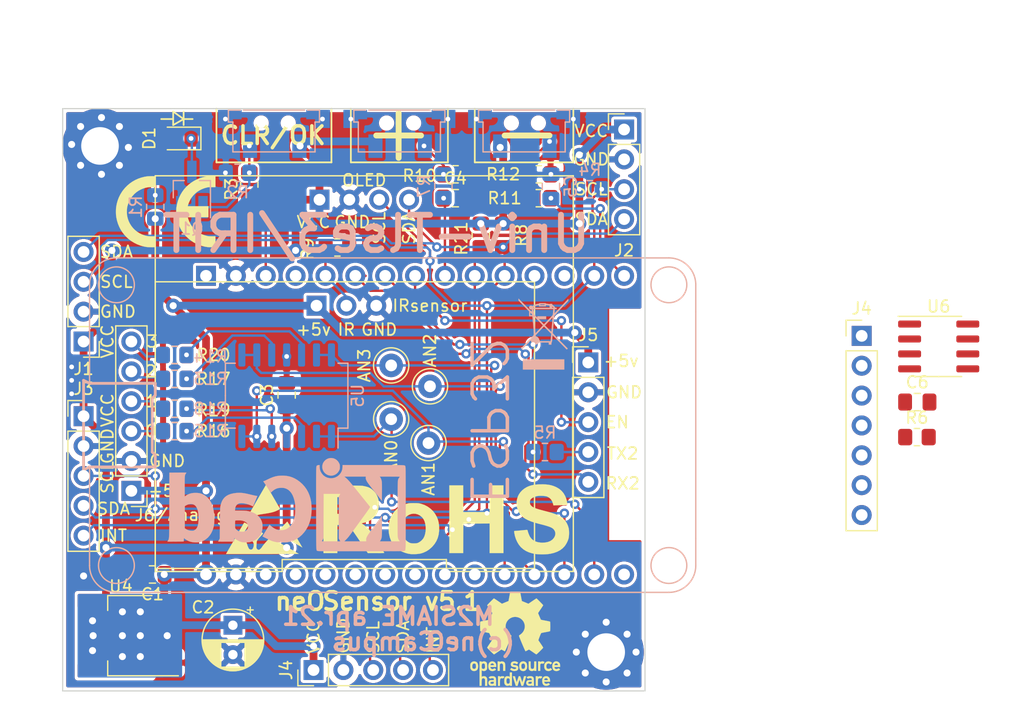
<source format=kicad_pcb>
(kicad_pcb (version 20221018) (generator pcbnew)
  (layers (0 "F.Cu" signal) (31 "B.Cu" signal) (34 "B.Paste" user) (35 "F.Paste" user) (36 "B.SilkS" user "B.Silkscreen") (37 "F.SilkS" user "F.Silkscreen") (38 "B.Mask" user) (39 "F.Mask" user) (44 "Edge.Cuts" user))
  (net 0 "")
  (net 1 "GND")
  (net 2 "+5V")
  (net 3 "+3V3")
  (net 4 "/SW2")
  (net 5 "/SW3")
  (net 6 "Net-(U3-EN)")
  (net 7 "/SDA")
  (net 8 "/SCL")
  (net 9 "/INT")
  (net 10 "/RX2")
  (net 11 "/TX2")
  (net 12 "/PM_EN")
  (net 13 "/ANA_0")
  (net 14 "/ANA_1")
  (net 15 "/ANA_2")
  (net 16 "/ANA_3")
  (net 17 "Net-(D1-A)")
  (net 18 "/LED")
  (net 19 "Net-(D1-K)")
  (net 20 "Net-(R10-Pad2)")
  (net 21 "/IR")
  (net 22 "Net-(R11-Pad1)")
  (net 23 "Net-(Q1-G)")
  (net 24 "Net-(U3-GPIO17)")
  (net 25 "Net-(U3-GPIO4)")
  (net 26 "Net-(U5C-+)")
  (net 27 "/ADC1_3")
  (net 28 "/ADC1_0")
  (net 29 "/ADC1_6")
  (net 30 "/ADC1_7")
  (net 31 "Net-(U5D-+)")
  (net 32 "Net-(U5A-+)")
  (net 33 "Net-(U5B-+)")
  (footprint "Capacitor_THT:CP_Radial_D5.0mm_P2.50mm" (layer "F.Cu") (at 39.878 69.342 -90)
    (fp_text reference "C2")
    (fp_text value "100µF 6.3v")
  )
  (footprint "Capacitor_SMD:C_0805_2012Metric_Pad1.18x1.45mm_HandSolder" (layer "F.Cu") (at 44.45 49.768 90)
    (fp_text reference "C3")
    (fp_text value "100nF")
  )
  (footprint "LED_SMD:LED_0805_2012Metric_Pad1.15x1.40mm_HandSolder" (layer "F.Cu") (at 35.297 27.94 180)
    (fp_text reference "D1")
    (fp_text value "Red")
  )
  (footprint "Connector_PinHeader_2.54mm:PinHeader_1x04_P2.54mm_Vertical" (layer "F.Cu") (at 73.152 27.178)
    (fp_text reference "J2")
    (fp_text value "Conn_01x04")
  )
  (footprint "Connector_PinHeader_2.54mm:PinHeader_1x05_P2.54mm_Vertical" (layer "F.Cu") (at 46.736 73.152 90)
    (fp_text reference "J4")
    (fp_text value "Conn_01x05")
  )
  (footprint "Connector_PinHeader_2.54mm:PinHeader_1x05_P2.54mm_Vertical" (layer "F.Cu") (at 70.104 46.99)
    (fp_text reference "J5")
    (fp_text value "Conn_01x05")
  )
  (footprint "Resistor_SMD:R_0805_2012Metric_Pad1.20x1.40mm_HandSolder" (layer "F.Cu") (at 41.275 31.861 90)
    (fp_text reference "R3")
    (fp_text value "470")
  )
  (footprint "Resistor_SMD:R_0805_2012Metric_Pad1.20x1.40mm_HandSolder" (layer "F.Cu") (at 62.865 36.179 90)
    (fp_text reference "R8")
    (fp_text value "4K7")
  )
  (footprint "Resistor_SMD:R_0805_2012Metric_Pad1.20x1.40mm_HandSolder" (layer "F.Cu") (at 48.768 37.211 180)
    (fp_text reference "R9")
    (fp_text value "15k")
  )
  (footprint "Resistor_SMD:R_0805_2012Metric_Pad1.20x1.40mm_HandSolder" (layer "F.Cu") (at 58.817 30.988 180)
    (fp_text reference "R10")
    (fp_text value "15k")
  )
  (footprint "Resistor_SMD:R_0805_2012Metric_Pad1.20x1.40mm_HandSolder" (layer "F.Cu") (at 65.897 33.02)
    (fp_text reference "R11")
    (fp_text value "15k")
  )
  (footprint "Resistor_SMD:R_0805_2012Metric_Pad1.20x1.40mm_HandSolder" (layer "F.Cu") (at 65.897 30.988 180)
    (fp_text reference "R12")
    (fp_text value "15k")
  )
  (footprint "Resistor_SMD:R_0805_2012Metric_Pad1.20x1.40mm_HandSolder" (layer "F.Cu") (at 34.941 52.832)
    (fp_text reference "R16")
    (fp_text value "33k")
  )
  (footprint "Resistor_SMD:R_0805_2012Metric_Pad1.20x1.40mm_HandSolder" (layer "F.Cu") (at 34.941 48.387)
    (fp_text reference "R17")
    (fp_text value "33k")
  )
  (footprint "Resistor_SMD:R_0805_2012Metric_Pad1.20x1.40mm_HandSolder" (layer "F.Cu") (at 34.941 50.927)
    (fp_text reference "R19")
    (fp_text value "33k")
  )
  (footprint "Resistor_SMD:R_0805_2012Metric_Pad1.20x1.40mm_HandSolder" (layer "F.Cu") (at 34.925 46.355)
    (fp_text reference "R20")
    (fp_text value "33k")
  )
  (footprint "Resistor_SMD:R_0805_2012Metric_Pad1.20x1.40mm_HandSolder" (layer "F.Cu") (at 60.96 36.179 90)
    (fp_text reference "R21")
    (fp_text value "15k")
  )
  (footprint "TestPoint:TestPoint_Loop_D2.50mm_Drill1.0mm" (layer "F.Cu") (at 56.515 53.848)
    (fp_text reference "TP3" hide)
    (fp_text value "tp_an1")
  )
  (footprint "TestPoint:TestPoint_Loop_D2.50mm_Drill1.0mm" (layer "F.Cu") (at 53.34 51.816)
    (fp_text reference "TP4" hide)
    (fp_text value "tp_an0")
  )
  (footprint "TestPoint:TestPoint_Loop_D2.50mm_Drill1.0mm" (layer "F.Cu") (at 56.642 49.022)
    (fp_text reference "TP5" hide)
    (fp_text value "tp_an2")
  )
  (footprint "TestPoint:TestPoint_Loop_D2.50mm_Drill1.0mm" (layer "F.Cu") (at 53.34 47.244)
    (fp_text reference "TP6" hide)
    (fp_text value "tp_an3")
  )
  (footprint "neosensor_addon:PIR_HC-SR01" (layer "F.Cu") (at 49.53 52.324)
    (fp_text reference "U1" hide)
    (fp_text value "HC-SR01")
  )
  (footprint "neosensor_addon:OLED1.3_I2C" (layer "F.Cu") (at 51.054 48.006)
    (fp_text reference "U2" hide)
    (fp_text value "OLED1.3_I2C")
  )
  (footprint "Package_TO_SOT_SMD:SOT-223-3_TabPin2" (layer "F.Cu") (at 31.14 70.231 180)
    (fp_text reference "U4")
    (fp_text value "AMS1117-3.3")
  )
  (footprint "MountingHole:MountingHole_3.2mm_M3_Pad" (layer "F.Cu") (at 71.628 71.628)
    (fp_text reference "H2" hide)
    (fp_text value "3.2mm for MH3 screw")
  )
  (footprint "MountingHole:MountingHole_3.2mm_M3_Pad" (layer "F.Cu") (at 28.575 28.575)
    (fp_text reference "H1" hide)
    (fp_text value "3.2mm for MH3 screw")
  )
  (footprint "Connector_PinHeader_2.54mm:PinHeader_1x05_P2.54mm_Vertical" (layer "F.Cu") (at 27.178 51.562)
    (fp_text reference "J3")
    (fp_text value "Conn_01x05")
  )
  (footprint "Connector_PinHeader_2.54mm:PinHeader_1x06_P2.54mm_Vertical" (layer "F.Cu") (at 31.242 57.912 180)
    (fp_text reference "J6")
    (fp_text value "Conn_01x06")
  )
  (footprint "Capacitor_SMD:C_0805_2012Metric_Pad1.18x1.45mm_HandSolder" (layer "F.Cu") (at 33.036 65.024 180)
    (fp_text reference "C1")
    (fp_text value "100nF")
  )
  (footprint "Connector_PinHeader_2.54mm:PinHeader_1x04_P2.54mm_Vertical" (layer "F.Cu") (at 27.178 45.212 180)
    (fp_text reference "J1")
    (fp_text value "Conn_01x04")
  )
  (footprint "Capacitor_SMD:C_0805_2012Metric_Pad1.18x1.45mm_HandSolder" (layer "F.Cu") (at 58.801 33.02)
    (fp_text reference "C4")
    (fp_text value "1uF")
  )
  (footprint "Symbol:OSHW-Logo_7.5x8mm_SilkScreen" (layer "F.Cu") (at 63.881 70.485)
    (fp_text reference "REF**" hide)
    (fp_text value "OSHW-Logo_7.5x8mm_SilkScreen" hide)
  )
  (footprint "Symbol:CE-Logo_8.5x6mm_SilkScreen" (layer "F.Cu") (at 34.163 34.163)
    (fp_text reference "REF**" hide)
    (fp_text value "CE-Logo_8.5x6mm_SilkScreen" hide)
  )
  (footprint "Symbol:RoHS-Logo_6mm_SilkScreen" (layer "F.Cu") (at 58.039 60.325)
    (fp_text reference "REF**" hide)
    (fp_text value "RoHS-Logo_6mm_SilkScreen" hide)
  )
  (footprint "Symbol:ESD-Logo_6.6x6mm_SilkScreen" (layer "F.Cu") (at 42.545 60.325)
    (fp_text reference "REF**" hide)
    (fp_text value "ESD-Logo_6.6x6mm_SilkScreen" hide)
  )
  (footprint "Resistor_SMD:R_0805_2012Metric_Pad1.20x1.40mm_HandSolder" (layer "F.Cu") (at 98.06 53.34)
    (fp_text reference "R6")
    (fp_text value "470")
  )
  (footprint "Package_SO:SOIC-8_3.9x4.9mm_P1.27mm" (layer "F.Cu") (at 99.91 45.63)
    (fp_text reference "U6")
    (fp_text value "ATECC608A-SSHDA")
  )
  (footprint "Connector_PinHeader_2.54mm:PinHeader_1x07_P2.54mm_Vertical" (layer "F.Cu") (at 93.36 44.73)
    (fp_text reference "J4")
    (fp_text value "Conn_01x07")
  )
  (footprint "Capacitor_SMD:C_0805_2012Metric_Pad1.18x1.45mm_HandSolder" (layer "F.Cu") (at 98.09 50.36)
    (fp_text reference "C6")
    (fp_text value "100n")
  )
  (footprint "Capacitor_SMD:C_0805_2012Metric_Pad1.18x1.45mm_HandSolder" (layer "B.Cu") (at 66.929 32.02 90)
    (fp_text reference "C5")
    (fp_text value "1uF")
  )
  (footprint "Package_TO_SOT_SMD:SOT-23_Handsoldering" (layer "B.Cu") (at 36.388 32.282 90)
    (fp_text reference "Q1")
    (fp_text value "2N7002")
  )
  (footprint "Resistor_SMD:R_0805_2012Metric_Pad1.20x1.40mm_HandSolder" (layer "B.Cu") (at 33.274 33.766 -90)
    (fp_text reference "R1")
    (fp_text value "150")
  )
  (footprint "Resistor_SMD:R_0805_2012Metric_Pad1.20x1.40mm_HandSolder" (layer "B.Cu") (at 40.275 30.861)
    (fp_text reference "R2")
    (fp_text value "15k")
  )
  (footprint "Resistor_SMD:R_0805_2012Metric_Pad1.20x1.40mm_HandSolder" (layer "B.Cu") (at 70.247 32.258 180)
    (fp_text reference "R4")
    (fp_text value "4K7")
  )
  (footprint "Resistor_SMD:R_0805_2012Metric_Pad1.20x1.40mm_HandSolder" (layer "B.Cu") (at 66.421 54.61 180)
    (fp_text reference "R5")
    (fp_text value "470")
  )
  (footprint "Resistor_SMD:R_0805_2012Metric_Pad1.20x1.40mm_HandSolder" (layer "B.Cu") (at 57.785 31.988 -90)
    (fp_text reference "R7")
    (fp_text value "15k")
  )
  (footprint "Resistor_SMD:R_0805_2012Metric_Pad1.20x1.40mm_HandSolder" (layer "B.Cu") (at 34.925 46.355)
    (fp_text reference "R14")
    (fp_text value "22k")
  )
  (footprint "Resistor_SMD:R_0805_2012Metric_Pad1.20x1.40mm_HandSolder" (layer "B.Cu") (at 34.925 52.832)
    (fp_text reference "R15")
    (fp_text value "22k")
  )
  (footprint "Resistor_SMD:R_0805_2012Metric_Pad1.20x1.40mm_HandSolder" (layer "B.Cu") (at 34.925 50.927)
    (fp_text reference "R18")
    (fp_text value "22k")
  )
  (footprint "Package_SO:SO-14_5.3x10.2mm_P1.27mm" (layer "B.Cu") (at 44.45 49.8175 90)
    (fp_text reference "U5")
    (fp_text value "LM2902")
  )
  (footprint "neosensor_addon:G71Y_µsw_smd" (layer "B.Cu") (at 53.975 25.527 180)
    (fp_text reference "SW2" hide)
    (fp_text value "+")
  )
  (footprint "neosensor_addon:G71Y_µsw_smd" (layer "B.Cu") (at 43.307 25.527 180)
    (fp_text reference "SW1" hide)
    (fp_text value "clear")
  )
  (footprint "neosensor_addon:G71Y_µsw_smd" (layer "B.Cu") (at 64.584 25.527 180)
    (fp_text reference "SW3" hide)
    (fp_text value "-")
  )
  (footprint "Resistor_SMD:R_0805_2012Metric_Pad1.20x1.40mm_HandSolder" (layer "B.Cu") (at 34.925 48.387)
    (fp_text reference "R13")
    (fp_text value "22k")
  )
  (footprint "neosensor_addon:ESP32_dev_30p" (layer "B.Cu") (at 54.102 52.324 90)
    (fp_text reference "U3" hide)
    (fp_text value "ESP32_dev_30p")
  )
  (footprint "Symbol:WEEE-Logo_4.2x6mm_SilkScreen" (layer "B.Cu") (at 66.294 44.577 180)
    (fp_text reference "REF**" hide)
    (fp_text value "WEEE-Logo_4.2x6mm_SilkScreen" hide)
  )
  (footprint "Symbol:KiCad-Logo_8mm_SilkScreen" (layer "B.Cu") (at 44.45 59.055 180)
    (fp_text reference "REF**" hide)
    (fp_text value "KiCad-Logo_8mm_SilkScreen" hide)
  )
  (gr_line (start 58.166 25.4) (end 58.166 29.972) (stroke (width 0.15)) (layer "F.SilkS"))
  (gr_line (start 48.26 25.4) (end 48.26 29.972) (stroke (width 0.15)) (layer "F.SilkS"))
  (gr_line (start 49.911 29.972) (end 49.911 25.4) (stroke (width 0.15)) (layer "F.SilkS"))
  (gr_line (start 48.26 29.972) (end 38.481 29.972) (stroke (width 0.15)) (layer "F.SilkS"))
  (gr_line (start 58.166 29.972) (end 49.911 29.972) (stroke (width 0.15)) (layer "F.SilkS"))
  (gr_line (start 38.481 29.972) (end 38.481 25.4) (stroke (width 0.15)) (layer "F.SilkS"))
  (gr_line (start 68.834 25.4) (end 68.834 29.972) (stroke (width 0.15)) (layer "F.SilkS"))
  (gr_line (start 60.452 29.972) (end 60.452 25.4) (stroke (width 0.15)) (layer "F.SilkS"))
  (gr_line (start 68.834 29.972) (end 60.452 29.972) (stroke (width 0.15)) (layer "F.SilkS"))
  (gr_line (start 35.687 26.289) (end 34.798 26.797) (stroke (width 0.15)) (layer "F.SilkS"))
  (gr_line (start 35.687 25.654) (end 35.687 26.797) (stroke (width 0.15)) (layer "F.SilkS"))
  (gr_line (start 35.687 26.289) (end 36.449 26.289) (stroke (width 0.15)) (layer "F.SilkS"))
  (gr_line (start 34.798 25.654) (end 35.687 26.289) (stroke (width 0.15)) (layer "F.SilkS"))
  (gr_line (start 34.798 26.797) (end 34.798 25.654) (stroke (width 0.15)) (layer "F.SilkS"))
  (gr_line (start 34.798 26.289) (end 33.782 26.289) (stroke (width 0.15)) (layer "F.SilkS"))
  (gr_line (start 25.4 74.93) (end 25.4 25.4) (stroke (width 0.1)) (layer "Edge.Cuts"))
  (gr_line (start 74.93 25.4) (end 74.93 74.93) (stroke (width 0.1)) (layer "Edge.Cuts"))
  (gr_line (start 74.93 74.93) (end 25.4 74.93) (stroke (width 0.1)) (layer "Edge.Cuts"))
  (gr_line (start 25.4 25.4) (end 74.93 25.4) (stroke (width 0.1)) (layer "Edge.Cuts"))
  (gr_text "(c)neO" (at 60.071 70.739) (layer "B.SilkS") (effects (font (size 1.5 1.5) (thickness 0.3)) (justify mirror)))
  (gr_text "M2SIAME apr.21" (at 53.086 68.58) (layer "B.SilkS") (effects (font (size 1.5 1.5) (thickness 0.3)) (justify mirror)))
  (gr_text "Campus" (at 52.705 70.739) (layer "B.SilkS") (effects (font (size 1.5 1.5) (thickness 0.3)) (justify mirror)))
  (gr_text "Univ-Tlse3/IRIT" (at 52.07 36.068) (layer "B.SilkS") (effects (font (size 3 3) (thickness 0.5)) (justify mirror)))
  (gr_text "ESP32" (at 61.595 51.943 270) (layer "B.SilkS") (effects (font (size 3 3) (thickness 0.3)) (justify mirror)))
  (gr_text "+" (at 53.975 27.305) (layer "F.SilkS") (effects (font (size 5 5) (thickness 0.5))))
  (gr_text "CLR/OK" (at 43.307 27.686) (layer "F.SilkS") (effects (font (size 1.5 1.5) (thickness 0.3))))
  (gr_text "-" (at 64.897 27.305) (layer "F.SilkS") (effects (font (size 5 5) (thickness 0.5))))
  (gr_text "Sensor v5.1" (at 54.229 67.31) (layer "F.SilkS") (effects (font (size 1.5 1.5) (thickness 0.3))))
  (gr_text "+5v" (at 34.163 57.912) (layer "F.SilkS") (effects (font (size 1 1))))
  (gr_text "VCC" (at 29.21 51.054 90) (layer "F.SilkS") (effects (font (size 1 1))))
  (gr_text "VCC" (at 29.21 45.212 90) (layer "F.SilkS") (effects (font (size 1 1))))
  (gr_text "GND" (at 29.21 54.102 90) (layer "F.SilkS") (effects (font (size 1 1))))
  (gr_text "SCL" (at 29.21 56.769 90) (layer "F.SilkS") (effects (font (size 1 1))))
  (gr_text "0" (at 32.893 52.832) (layer "F.SilkS") (effects (font (size 1 1))))
  (gr_text "IRsensor" (at 56.642 42.164) (layer "F.SilkS") (effects (font (size 1 1))))
  (gr_text "TX2" (at 73.025 54.737) (layer "F.SilkS") (effects (font (size 1 1))))
  (gr_text "1" (at 32.893 50.292) (layer "F.SilkS") (effects (font (size 1 1))))
  (gr_text "SDA" (at 70.358 34.798) (layer "F.SilkS") (effects (font (size 1 1))))
  (gr_text "SDA" (at 54.356 70.358 90) (layer "F.SilkS") (effects (font (size 1 1))))
  (gr_text "+5v" (at 72.898 46.863) (layer "F.SilkS") (effects (font (size 1 1))))
  (gr_text "VCC" (at 70.358 27.305) (layer "F.SilkS") (effects (font (size 1 1))))
  (gr_text "GND" (at 70.358 29.718) (layer "F.SilkS") (effects (font (size 1 1))))
  (gr_text "GND" (at 50.038 35.052) (layer "F.SilkS") (effects (font (size 1 1))))
  (gr_text "3" (at 33.02 45.212) (layer "F.SilkS") (effects (font (size 1 1))))
  (gr_text "VCC" (at 46.736 35.052) (layer "F.SilkS") (effects (font (size 1 1))))
  (gr_text "AN2" (at 56.642 45.974 90) (layer "F.SilkS") (effects (font (size 1 1))))
  (gr_text "+5v" (at 46.736 44.196) (layer "F.SilkS") (effects (font (size 1 1))))
  (gr_text "2" (at 32.893 47.752) (layer "F.SilkS") (effects (font (size 1 1))))
  (gr_text "GND" (at 52.324 44.196) (layer "F.SilkS") (effects (font (size 1 1))))
  (gr_text "SDA" (at 54.864 35.56 90) (layer "F.SilkS") (effects (font (size 1 1))))
  (gr_text "AN3" (at 51.054 47.244 90) (layer "F.SilkS") (effects (font (size 1 1))))
  (gr_text "OLED" (at 51.054 31.496) (layer "F.SilkS") (effects (font (size 1 1))))
  (gr_text "neO" (at 45.593 67.31) (layer "F.SilkS") (effects (font (size 1.5 1.5) (thickness 0.3))))
  (gr_text "VCC" (at 46.736 70.358 90) (layer "F.SilkS") (effects (font (size 1 1))))
  (gr_text "SDA" (at 29.718 59.436) (layer "F.SilkS") (effects (font (size 1 1))))
  (gr_text "INT" (at 56.896 70.612 90) (layer "F.SilkS") (effects (font (size 1 1))))
  (gr_text "GND" (at 34.29 55.372) (layer "F.SilkS") (effects (font (size 1 1))))
  (gr_text "GND" (at 30.099 42.672) (layer "F.SilkS") (effects (font (size 1 1))))
  (gr_text "GND" (at 49.276 70.231 90) (layer "F.SilkS") (effects (font (size 1 1))))
  (gr_text "/Analog" (at 36.322 59.944) (layer "F.SilkS") (effects (font (size 1 1))))
  (gr_text "GND" (at 73.152 49.53) (layer "F.SilkS") (effects (font (size 1 1))))
  (gr_text "AN0" (at 53.34 54.991 90) (layer "F.SilkS") (effects (font (size 1 1))))
  (gr_text "SDA" (at 29.972 37.592) (layer "F.SilkS") (effects (font (size 1 1))))
  (gr_text "SCL" (at 29.972 40.132) (layer "F.SilkS") (effects (font (size 1 1))))
  (gr_text "EN" (at 71.501 52.07) (layer "F.SilkS") (effects (font (size 1 1)) (justify left)))
  (gr_text "RX2" (at 73.025 57.277) (layer "F.SilkS") (effects (font (size 1 1))))
  (gr_text "IR" (at 49.53 44.196) (layer "F.SilkS") (effects (font (size 1 1))))
  (gr_text "INT" (at 29.718 61.722) (layer "F.SilkS") (effects (font (size 1 1))))
  (gr_text "SCL" (at 51.816 70.358 90) (layer "F.SilkS") (effects (font (size 1 1))))
  (gr_text "SCL" (at 52.324 35.56 90) (layer "F.SilkS") (effects (font (size 1 1))))
  (gr_text "AN1" (at 56.515 56.896 90) (layer "F.SilkS") (effects (font (size 1 1))))
  (gr_text "SCL" (at 70.358 32.258) (layer "F.SilkS") (effects (font (size 1 1))))
  (via (at 28.702 30.988) (size 1.2) (drill 0.6) (layers "F.Cu" "B.Cu") (net 1))
  (via (at 30.988 28.702) (size 1.2) (drill 0.6) (layers "F.Cu" "B.Cu") (net 1))
  (via (at 26.162 28.448) (size 1.2) (drill 0.6) (layers "F.Cu" "B.Cu") (net 1))
  (via (at 26.924 26.924) (size 1.2) (drill 0.6) (layers "F.Cu" "B.Cu") (net 1))
  (via (at 30.226 26.924) (size 1.2) (drill 0.6) (layers "F.Cu" "B.Cu") (net 1))
  (via (at 30.226 30.226) (size 1.2) (drill 0.6) (layers "F.Cu" "B.Cu") (net 1))
  (via (at 26.924 30.226) (size 1.2) (drill 0.6) (layers "F.Cu" "B.Cu") (net 1))
  (via (at 71.628 69.088) (size 1.2) (drill 0.6) (layers "F.Cu" "B.Cu") (net 1))
  (via (at 71.628 74.168) (size 1.2) (drill 0.6) (layers "F.Cu" "B.Cu") (net 1))
  (via (at 74.168 71.628) (size 1.2) (drill 0.6) (layers "F.Cu" "B.Cu") (net 1))
  (via (at 69.088 71.628) (size 1.2) (drill 0.6) (layers "F.Cu" "B.Cu") (net 1))
  (via (at 69.85 70.104) (size 1.2) (drill 0.6) (layers "F.Cu" "B.Cu") (net 1))
  (via (at 73.406 70.104) (size 1.2) (drill 0.6) (layers "F.Cu" "B.Cu") (net 1))
  (via (at 73.406 73.406) (size 1.2) (drill 0.6) (layers "F.Cu" "B.Cu") (net 1))
  (via (at 69.85 73.406) (size 1.2) (drill 0.6) (layers "F.Cu" "B.Cu") (net 1))
  (via (at 66.929 30.988) (size 0.8) (drill 0.4) (layers "F.Cu" "B.Cu") (net 1))
  (via (at 39.243 26.289) (size 0.8) (drill 0.4) (layers "F.Cu" "B.Cu") (net 1))
  (via (at 60.579 26.289) (size 0.8) (drill 0.4) (layers "F.Cu" "B.Cu") (net 1))
  (via (at 49.911 26.289) (size 0.8) (drill 0.4) (layers "F.Cu" "B.Cu") (net 1))
  (via (at 26.162 47.371) (size 0.8) (drill 0.4) (layers "F.Cu" "B.Cu") (net 1))
  (via (at 44.45 46.482) (size 0.8) (drill 0.4) (layers "F.Cu" "B.Cu") (net 1))
  (via (at 28.702 26.162) (size 1.2) (drill 0.6) (layers "F.Cu" "B.Cu") (net 1))
  (via (at 47.498 26.289) (size 0.8) (drill 0.4) (layers "F.Cu" "B.Cu") (net 1))
  (via (at 26.162 49.657) (size 0.8) (drill 0.4) (layers "F.Cu" "B.Cu") (net 1))
  (via (at 68.834 26.289) (size 0.8) (drill 0.4) (layers "F.Cu" "B.Cu") (net 1))
  (via (at 27.178 65.151) (size 1.2) (drill 0.6) (layers "F.Cu" "B.Cu") (net 1))
  (via (at 39.243 30.861) (size 0.8) (drill 0.4) (layers "F.Cu" "B.Cu") (net 1))
  (via (at 58.166 26.289) (size 0.8) (drill 0.4) (layers "F.Cu" "B.Cu") (net 1))
  (via (at 26.162 48.514) (size 0.8) (drill 0.4) (layers "F.Cu" "B.Cu") (net 1))
  (segment (start 37.592 44.958) (end 33.274 40.64) (width 0.6604) (layer "F.Cu") (net 2))
  (segment (start 70.104 46.99) (end 70.104 45.593) (width 0.6604) (layer "F.Cu") (net 2))
  (segment (start 34.036 68.312) (end 34.036 65.024) (width 0.6604) (layer "F.Cu") (net 2))
  (segment (start 37.592 57.912) (end 37.592 44.958) (width 0.6604) (layer "F.Cu") (net 2))
  (segment (start 37.592 65.024) (end 37.592 57.912) (width 0.6604) (layer "F.Cu") (net 2))
  (segment (start 70.104 45.593) (end 68.961 44.45) (width 0.6604) (layer "F.Cu") (net 2))
  (segment (start 33.274 40.64) (end 33.274 34.766) (width 0.6604) (layer "F.Cu") (net 2))
  (via (at 34.798 42.164) (size 1.2) (drill 0.6) (layers "F.Cu" "B.Cu") (net 2))
  (via (at 37.592 57.912) (size 1.2) (drill 0.6) (layers "F.Cu" "B.Cu") (net 2))
  (via (at 33.274 34.766) (size 1.2) (drill 0.6) (layers "F.Cu" "B.Cu") (net 2))
  (via (at 34.036 65.024) (size 1.2) (drill 0.6) (layers "F.Cu" "B.Cu") (net 2))
  (via (at 68.961 44.45) (size 1.2) (drill 0.6) (layers "F.Cu" "B.Cu") (net 2))
  (segment (start 37.592 57.912) (end 37.579388 57.899388) (width 0.6604) (layer "B.Cu") (net 2))
  (segment (start 31.254612 57.899388) (end 31.242 57.912) (width 0.6604) (layer "B.Cu") (net 2))
  (segment (start 46.99 42.164) (end 34.798 42.164) (width 0.6604) (layer "B.Cu") (net 2))
  (segment (start 37.579388 57.899388) (end 31.254612 57.899388) (width 0.6604) (layer "B.Cu") (net 2))
  (segment (start 68.961 44.45) (end 49.276 44.45) (width 0.6604) (layer "B.Cu") (net 2))
  (segment (start 37.592 65.024) (end 34.036 65.024) (width 0.6604) (layer "B.Cu") (net 2))
  (segment (start 49.276 44.45) (end 46.99 42.164) (width 0.6604) (layer "B.Cu") (net 2))
  (segment (start 34.29 70.231) (end 32.004 70.231) (width 0.6604) (layer "F.Cu") (net 3))
  (segment (start 27.99 70.231) (end 27.99 70.231) (width 0.6604) (layer "F.Cu") (net 3))
  (segment (start 30.48 70.231) (end 27.99 70.231) (width 0.6604) (layer "F.Cu") (net 3))
  (segment (start 32.004 70.231) (end 30.48 70.231) (width 0.6604) (layer "F.Cu") (net 3))
  (segment (start 69.342 35.179) (end 69.342 32.258) (width 0.6604) (layer "F.Cu") (net 3))
  (segment (start 29.083 62.738) (end 29.083 67.437) (width 0.6604) (layer "F.Cu") (net 3))
  (segment (start 69.342 32.258) (end 69.342 29.337) (width 0.6604) (layer "F.Cu") (net 3))
  (segment (start 45.466 33.147) (end 47.244 33.147) (width 0.6604) (layer "F.Cu") (net 3))
  (segment (start 29.591 42.799) (end 29.591 37.465) (width 0.6604) (layer "F.Cu") (net 3))
  (segment (start 44.45 52.578) (end 44.45 62.738) (width 0.6604) (layer "F.Cu") (net 3))
  (segment (start 62.865 35.179) (end 62.865 28.956) (width 0.6604) (layer "F.Cu") (net 3))
  (segment (start 45.212 33.401) (end 45.466 33.147) (width 0.6604) (layer "F.Cu") (net 3))
  (segment (start 47.244 33.147) (end 47.244 30.226) (width 0.6604) (layer "F.Cu") (net 3))
  (segment (start 46.736 71.12) (end 46.736 73.152) (width 0.6604) (layer "F.Cu") (net 3))
  (segment (start 29.083 53.467) (end 29.083 62.738) (width 0.6604) (layer "F.Cu") (net 3))
  (segment (start 47.244 30.226) (end 45.593 28.575) (width 0.6604) (layer "F.Cu") (net 3))
  (segment (start 27.178 45.212) (end 29.591 42.799) (width 0.6604) (layer "F.Cu") (net 3))
  (segment (start 62.865 28.956) (end 62.611 28.702) (width 0.6604) (layer "F.Cu") (net 3))
  (segment (start 44.45 52.578) (end 44.45 50.768) (width 0.6604) (layer "F.Cu") (net 3))
  (segment (start 29.337 67.056) (end 30.48 68.199) (width 0.6604) (layer "F.Cu") (net 3))
  (segment (start 27.178 45.212) (end 27.178 51.562) (width 0.6604) (layer "F.Cu") (net 3))
  (segment (start 34.29 70.231) (end 34.29 70.231) (width 0.6604) (layer "F.Cu") (net 3))
  (segment (start 69.342 35.195) (end 69.342 35.179) (width 0.6604) (layer "F.Cu") (net 3))
  (segment (start 45.212 37.465) (end 45.212 33.401) (width 0.6604) (layer "F.Cu") (net 3))
  (segment (start 27.178 51.562) (end 29.083 53.467) (width 0.6604) (layer "F.Cu") (net 3))
  (via (at 29.083 62.738) (size 1.2) (drill 0.6) (layers "F.Cu" "B.Cu") (net 3))
  (via (at 45.593 28.575) (size 1.2) (drill 0.6) (layers "F.Cu" "B.Cu") (net 3))
  (via (at 69.342 35.179) (size 1.2) (drill 0.6) (layers "F.Cu" "B.Cu") (net 3))
  (via (at 46.736 71.12) (size 1.2) (drill 0.6) (layers "F.Cu" "B.Cu") (net 3))
  (via (at 45.212 37.465) (size 1.2) (drill 0.6) (layers "F.Cu" "B.Cu") (net 3))
  (via (at 27.99 70.231) (size 1.2) (drill 0.6) (layers "F.Cu" "B.Cu") (net 3))
  (via (at 29.591 37.465) (size 1.2) (drill 0.6) (layers "F.Cu" "B.Cu") (net 3))
  (via (at 44.45 52.578) (size 1.2) (drill 0.6) (layers "F.Cu" "B.Cu") (net 3))
  (via (at 30.48 72.009) (size 1.2) (drill 0.6) (layers "F.Cu" "B.Cu") (net 3))
  (via (at 69.342 29.337) (size 1.2) (drill 0.6) (layers "F.Cu" "B.Cu") (net 3))
  (via (at 32.004 72.009) (size 1.2) (drill 0.6) (layers "F.Cu" "B.Cu") (net 3))
  (via (at 60.96 35.179) (size 1.2) (drill 0.6) (layers "F.Cu" "B.Cu") (net 3))
  (via (at 30.48 68.199) (size 1.2) (drill 0.6) (layers "F.Cu" "B.Cu") (net 3))
  (via (at 34.29 70.231) (size 1.2) (drill 0.6) (layers "F.Cu" "B.Cu") (net 3))
  (via (at 69.342 32.258) (size 0.8) (drill 0.4) (layers "F.Cu" "B.Cu") (net 3))
  (via (at 62.611 28.702) (size 1.2) (drill 0.6) (layers "F.Cu" "B.Cu") (net 3))
  (via (at 62.865 35.179) (size 1.2) (drill 0.6) (layers "F.Cu" "B.Cu") (net 3))
  (via (at 27.94 71.501) (size 1.2) (drill 0.6) (layers "F.Cu" "B.Cu") (net 3))
  (via (at 30.48 70.231) (size 1.2) (drill 0.6) (layers "F.Cu" "B.Cu") (net 3))
  (via (at 32.004 70.231) (size 1.2) (drill 0.6) (layers "F.Cu" "B.Cu") (net 3))
  (via (at 27.94 68.961) (size 1.2) (drill 0.6) (layers "F.Cu" "B.Cu") (net 3))
  (via (at 32.004 68.199) (size 1.2) (drill 0.6) (layers "F.Cu" "B.Cu") (net 3))
  (via (at 44.45 62.738) (size 1.2) (drill 0.6) (layers "F.Cu" "B.Cu") (net 3))
  (segment (start 45.212 37.465) (end 29.591 37.465) (width 0.6604) (layer "B.Cu") (net 3))
  (segment (start 45.974 28.194) (end 45.593 28.575) (width 0.6604) (layer "B.Cu") (net 3))
  (segment (start 39.878 69.342) (end 41.783 69.342) (width 0.6604) (layer "B.Cu") (net 3))
  (segment (start 34.036 70.612) (end 35.306 69.342) (width 0.6604) (layer "B.Cu") (net 3))
  (segment (start 71.501 27.178) (end 73.152 27.178) (width 0.6604) (layer "B.Cu") (net 3))
  (segment (start 45.534 28.194) (end 45.534 28.516) (width 0.6604) (layer "B.Cu") (net 3))
  (segment (start 37.846 69.342) (end 39.878 69.342) (width 0.6604) (layer "B.Cu") (net 3))
  (segment (start 43.561 71.12) (end 46.736 71.12) (width 0.6604) (layer "B.Cu") (net 3))
  (segment (start 41.783 69.342) (end 43.561 71.12) (width 0.6604) (layer "B.Cu") (net 3))
  (segment (start 29.083 62.738) (end 44.45 62.738) (width 0.6604) (layer "B.Cu") (net 3))
  (segment (start 47.879 35.179) (end 47.244 34.544) (width 0.6604) (layer "B.Cu") (net 3))
  (segment (start 47.244 34.544) (end 47.244 33.147) (width 0.6604) (layer "B.Cu") (net 3))
  (segment (start 52.002 28.194) (end 45.974 28.194) (width 0.6604) (layer "B.Cu") (net 3))
  (segment (start 69.342 35.179) (end 62.865 35.179) (width 0.6604) (layer "B.Cu") (net 3))
  (segment (start 60.96 35.179) (end 47.879 35.179) (width 0.6604) (layer "B.Cu") (net 3))
  (segment (start 35.306 69.342) (end 37.846 69.342) (width 0.6604) (layer "B.Cu") (net 3))
  (segment (start 69.342 29.337) (end 71.501 27.178) (width 0.6604) (layer "B.Cu") (net 3))
  (segment (start 62.865 35.179) (end 60.96 35.179) (width 0.6604) (layer "B.Cu") (net 3))
  (segment (start 45.534 28.516) (end 45.593 28.575) (width 0.6604) (layer "B.Cu") (net 3))
  (segment (start 57.801 33.02) (end 57.801 33.02) (width 0.2032) (layer "F.Cu") (net 4))
  (segment (start 57.912 33.131) (end 57.801 33.02) (width 0.2032) (layer "F.Cu") (net 4))
  (segment (start 57.912 39.624) (end 57.912 33.131) (width 0.2032) (layer "F.Cu") (net 4))
  (via (at 57.801 33.02) (size 0.8) (drill 0.4) (layers "F.Cu" "B.Cu") (net 4))
  (segment (start 71.12 37.592) (end 73.152 39.624) (width 0.2032) (layer "F.Cu") (net 5))
  (segment (start 71.12 33.909) (end 71.12 37.592) (width 0.2032) (layer "F.Cu") (net 5))
  (via (at 66.929 33.02) (size 0.8) (drill 0.4) (layers "F.Cu" "B.Cu") (net 5))
  (via (at 71.12 33.909) (size 0.8) (drill 0.4) (layers "F.Cu" "B.Cu") (net 5))
  (segment (start 66.929 33.02) (end 67.818 33.909) (width 0.2032) (layer "B.Cu") (net 5))
  (segment (start 67.818 33.909) (end 71.12 33.909) (width 0.2032) (layer "B.Cu") (net 5))
  (segment (start 54.864 33.147) (end 54.864 34.809566) (width 0.2032) (layer "F.Cu") (net 7))
  (segment (start 62.992 37.306) (end 62.865 37.179) (width 0.2032) (layer "F.Cu") (net 7))
  (segment (start 54.102 61.44899) (end 52.832 60.17899) (width 0.2032) (layer "F.Cu") (net 7))
  (segment (start 62.992 39.624) (end 62.992 37.306) (width 0.2032) (layer "F.Cu") (net 7))
  (segment (start 54.102 72.898) (end 54.102 61.44899) (width 0.2032) (layer "F.Cu") (net 7))
  (segment (start 54.864 34.809566) (end 57.226956 37.172522) (width 0.2032) (layer "F.Cu") (net 7))
  (segment (start 62.992 39.624) (end 60.833 41.783) (width 0.2032) (layer "F.Cu") (net 7))
  (segment (start 60.833 41.783) (end 60.833 59.45501) (width 0.2032) (layer "F.Cu") (net 7))
  (segment (start 54.356 73.152) (end 54.102 72.898) (width 0.2032) (layer "F.Cu") (net 7))
  (segment (start 60.833 59.45501) (end 59.944 60.34401) (width 0.2032) (layer "F.Cu") (net 7))
  (via (at 62.865 37.179) (size 0.8) (drill 0.4) (layers "F.Cu" "B.Cu") (net 7))
  (via (at 57.226956 37.172522) (size 0.8) (drill 0.4) (layers "F.Cu" "B.Cu") (net 7))
  (via (at 59.944 60.34401) (size 0.8) (drill 0.4) (layers "F.Cu" "B.Cu") (net 7))
  (via (at 52.832 60.17899) (size 0.8) (drill 0.4) (layers "F.Cu" "B.Cu") (net 7))
  (segment (start 52.832 60.17899) (end 59.77898 60.17899) (width 0.2032) (layer "B.Cu") (net 7))
  (segment (start 57.226956 37.172522) (end 62.858522 37.172522) (width 0.2032) (layer "B.Cu") (net 7))
  (segment (start 71.916999 36.033001) (end 64.010999 36.033001) (width 0.2032) (layer "B.Cu") (net 7))
  (segment (start 27.178 59.182) (end 28.17499 60.17899) (width 0.2032) (layer "B.Cu") (net 7))
  (segment (start 28.17499 60.17899) (end 52.832 60.17899) (width 0.2032) (layer "B.Cu") (net 7))
  (segment (start 59.77898 60.17899) (end 59.944 60.34401) (width 0.2032) (layer "B.Cu") (net 7))
  (segment (start 27.178 37.592) (end 28.54961 36.22039) (width 0.2032) (layer "B.Cu") (net 7))
  (segment (start 52.73039 36.22039) (end 53.36539 36.85539) (width 0.2032) (layer "B.Cu") (net 7))
  (segment (start 62.858522 37.172522) (end 62.865 37.179) (width 0.2032) (layer "B.Cu") (net 7))
  (segment (start 64.010999 36.033001) (end 62.865 37.179) (width 0.2032) (layer "B.Cu") (net 7))
  (segment (start 28.54961 36.22039) (end 52.73039 36.22039) (width 0.2032) (layer "B.Cu") (net 7))
  (segment (start 73.152 34.798) (end 71.916999 36.033001) (width 0.2032) (layer "B.Cu") (net 7))
  (segment (start 56.909824 36.85539) (end 57.226956 37.172522) (width 0.2032) (layer "B.Cu") (net 7))
  (segment (start 53.36539 36.85539) (end 56.909824 36.85539) (width 0.2032) (layer "B.Cu") (net 7))
  (segment (start 70.465999 33.039001) (end 71.247 32.258) (width 0.2032) (layer "F.Cu") (net 8))
  (segment (start 51.816 73.152) (end 51.543001 72.879001) (width 0.2032) (layer "F.Cu") (net 8))
  (segment (start 33.274 56.642) (end 33.274 59.436) (width 0.2032) (layer "F.Cu") (net 8))
  (segment (start 70.612 34.368922) (end 70.465999 34.222921) (width 0.2032) (layer "F.Cu") (net 8))
  (segment (start 56.642 38.354) (end 56.642 37.465) (width 0.2032) (layer "F.Cu") (net 8))
  (segment (start 70.465999 34.222921) (end 70.465999 33.039001) (width 0.2032) (layer "F.Cu") (net 8))
  (segment (start 61.487 42.164) (end 61.487 59.818277) (width 0.2032) (layer "F.Cu") (net 8))
  (segment (start 51.543001 72.879001) (end 51.543001 59.708999) (width 0.2032) (layer "F.Cu") (net 8))
  (segment (start 51.543001 59.708999) (end 51.943 59.309) (width 0.2032) (layer "F.Cu") (net 8))
  (segment (start 70.612 39.624) (end 70.612 34.368922) (width 0.2032) (layer "F.Cu") (net 8))
  (segment (start 61.487 59.818277) (end 61.487009 59.818286) (width 0.2032) (layer "F.Cu") (net 8))
  (segment (start 56.642 37.465) (end 52.324 33.147) (width 0.2032) (layer "F.Cu") (net 8))
  (via (at 51.943 59.309) (size 0.8) (drill 0.4) (layers "F.Cu" "B.Cu") (net 8))
  (via (at 56.642 38.354) (size 0.8) (drill 0.4) (layers "F.Cu" "B.Cu") (net 8))
  (via (at 33.274 56.642) (size 0.8) (drill 0.4) (layers "F.Cu" "B.Cu") (net 8))
  (via (at 61.487 42.164) (size 0.8) (drill 0.4) (layers "F.Cu" "B.Cu") (net 8))
  (via (at 33.274 59.436) (size 0.8) (drill 0.4) (layers "F.Cu" "B.Cu") (net 8))
  (via (at 71.247 32.258) (size 0.8) (drill 0.4) (layers "F.Cu" "B.Cu") (net 8))
  (via (at 61.487009 59.818286) (size 0.8) (drill 0.4) (layers "F.Cu" "B.Cu") (net 8))
  (segment (start 28.575 38.735) (end 27.178 40.132) (width 0.2032) (layer "B.Cu") (net 8))
  (segment (start 52.578 36.576) (end 29.216078 36.576) (width 0.2032) (layer "B.Cu") (net 8))
  (segment (start 56.388 37.211) (end 53.213 37.211) (width 0.2032) (layer "B.Cu") (net 8))
  (segment (start 33.274 59.436) (end 51.816 59.436) (width 0.2032) (layer "B.Cu") (net 8))
  (segment (start 61.487 42.164) (end 58.547 42.164) (width 0.2032) (layer "B.Cu") (net 8))
  (segment (start 56.642 38.354) (end 56.642 37.465) (width 0.2032) (layer "B.Cu") (net 8))
  (segment (start 56.642 37.465) (end 56.388 37.211) (width 0.2032) (layer "B.Cu") (net 8))
  (segment (start 58.547 42.164) (end 56.642 40.259) (width 0.2032) (layer "B.Cu") (net 8))
  (segment (start 53.213 37.211) (end 52.578 36.576) (width 0.2032) (layer "B.Cu") (net 8))
  (segment (start 29.216078 36.576) (end 28.575 37.217078) (width 0.2032) (layer "B.Cu") (net 8))
  (segment (start 28.575 37.217078) (end 28.575 38.735) (width 0.2032) (layer "B.Cu") (net 8))
  (segment (start 61.487 42.164) (end 68.072 42.164) (width 0.2032) (layer "B.Cu") (net 8))
  (segment (start 68.072 42.164) (end 70.612 39.624) (width 0.2032) (layer "B.Cu") (net 8))
  (segment (start 51.816 59.436) (end 51.943 59.309) (width 0.2032) (layer "B.Cu") (net 8))
  (segment (start 27.178 56.642) (end 33.274 56.642) (width 0.2032) (layer "B.Cu") (net 8))
  (segment (start 61.358723 59.69) (end 53.34 59.69) (width 0.2032) (layer "B.Cu") (net 8))
  (segment (start 53.086 59.436) (end 52.07 59.436) (width 0.2032) (layer "B.Cu") (net 8))
  (segment (start 52.07 59.436) (end 51.943 59.309) (width 0.2032) (layer "B.Cu") (net 8))
  (segment (start 56.642 40.259) (end 56.642 38.354) (width 0.2032) (layer "B.Cu") (net 8))
  (segment (start 71.247 32.258) (end 73.152 32.258) (width 0.2032) (layer "B.Cu") (net 8))
  (segment (start 61.487009 59.818286) (end 61.358723 59.69) (width 0.2032) (layer "B.Cu") (net 8))
  (segment (start 53.34 59.69) (end 53.086 59.436) (width 0.2032) (layer "B.Cu") (net 8))
  (segment (start 56.896 73.152) (end 56.622999 72.878999) (width 0.2032) (layer "F.Cu") (net 9))
  (segment (start 60.452 39.624) (end 60.452 37.687) (width 0.2032) (layer "F.Cu") (net 9))
  (segment (start 56.622999 63.138001) (end 58.547 61.214) (width 0.2032) (layer "F.Cu") (net 9))
  (segment (start 60.452 39.624) (end 60.452 58.800998) (width 0.2032) (layer "F.Cu") (net 9))
  (segment (start 60.452 58.800998) (end 58.547 60.705998) (width 0.2032) (layer "F.Cu") (net 9))
  (segment (start 60.452 37.687) (end 60.96 37.179) (width 0.2032) (layer "F.Cu") (net 9))
  (segment (start 58.547 60.705998) (end 58.547 61.214) (width 0.2032) (layer "F.Cu") (net 9))
  (segment (start 56.622999 72.878999) (end 56.622999 63.138001) (width 0.2032) (layer "F.Cu") (net 9))
  (via (at 58.547 61.214) (size 0.8) (drill 0.4) (layers "F.Cu" "B.Cu") (net 9))
  (segment (start 28.067 60.833) (end 58.166 60.833) (width 0.2032) (layer "B.Cu") (net 9))
  (segment (start 58.166 60.833) (end 58.547 61.214) (width 0.2032) (layer "B.Cu") (net 9))
  (segment (start 27.178 61.722) (end 28.067 60.833) (width 0.2032) (layer "B.Cu") (net 9))
  (segment (start 58.963538 46.258446) (end 53.467 40.894) (width 0.2032) (layer "F.Cu") (net 10))
  (segment (start 64.750999 54.121001) (end 65.024 53.848) (width 0.2032) (layer "F.Cu") (net 10))
  (segment (start 65.024 46.555678) (end 64.751 46.282678) (width 0.2032) (layer "F.Cu") (net 10))
  (segment (start 65.024 53.848) (end 65.024 46.555678) (width 0.2032) (layer "F.Cu") (net 10))
  (segment (start 59.710297 46.258446) (end 58.963538 46.258446) (width 0.2032) (layer "F.Cu") (net 10))
  (segment (start 51.562 40.894) (end 50.292 39.624) (width 0.2032) (layer "F.Cu") (net 10))
  (segment (start 50.292 39.624) (end 51.163922 39.624) (width 0.2032) (layer "F.Cu") (net 10))
  (segment (start 65.405 56.515) (end 64.750999 55.860999) (width 0.2032) (layer "F.Cu") (net 10))
  (segment (start 53.467 40.894) (end 51.562 40.894) (width 0.2032) (layer "F.Cu") (net 10))
  (segment (start 64.750999 55.860999) (end 64.750999 54.121001) (width 0.2032) (layer "F.Cu") (net 10))
  (via (at 64.751 46.282678) (size 0.8) (drill 0.4) (layers "F.Cu" "B.Cu") (net 10))
  (via (at 65.405 56.515) (size 0.8) (drill 0.4) (layers "F.Cu" "B.Cu") (net 10))
  (via (at 59.710297 46.258446) (size 0.8) (drill 0.4) (layers "F.Cu" "B.Cu") (net 10))
  (segment (start 67.405 56.515) (end 69.469 56.515) (width 0.2032) (layer "B.Cu") (net 10))
  (segment (start 64.751 46.282678) (end 64.315322 45.847) (width 0.2032) (layer "B.Cu") (net 10))
  (segment (start 67.405 56.515) (end 65.405 56.515) (width 0.2032) (layer "B.Cu") (net 10))
  (segment (start 64.315322 45.847) (end 60.121743 45.847) (width 0.2032) (layer "B.Cu") (net 10))
  (segment (start 69.469 56.515) (end 70.104 57.15) (width 0.2032) (layer "B.Cu") (net 10))
  (segment (start 60.121743 45.847) (end 59.710297 46.258446) (width 0.2032) (layer "B.Cu") (net 10))
  (segment (start 67.421 54.61) (end 70.104 54.61) (width 0.2032) (layer "B.Cu") (net 11))
  (segment (start 55.372 40.894) (end 57.912 43.434) (width 0.2032) (layer "F.Cu") (net 12))
  (segment (start 55.372 39.624) (end 55.372 40.894) (width 0.2032) (layer "F.Cu") (net 12))
  (segment (start 67.818 43.434) (end 67.818 52.07) (width 0.2032) (layer "F.Cu") (net 12))
  (via (at 67.818 43.434) (size 0.8) (drill 0.4) (layers "F.Cu" "B.Cu") (net 12))
  (via (at 57.912 43.434) (size 0.8) (drill 0.4) (layers "F.Cu" "B.Cu") (net 12))
  (via (at 67.818 52.07) (size 0.8) (drill 0.4) (layers "F.Cu" "B.Cu") (net 12))
  (segment (start 67.818 52.07) (end 70.104 52.07) (width 0.2032) (layer "B.Cu") (net 12))
  (segment (start 57.912 43.434) (end 67.818 43.434) (width 0.2032) (layer "B.Cu") (net 12))
  (segment (start 31.242 52.832) (end 33.671 52.832) (width 0.2032) (layer "B.Cu") (net 13))
  (segment (start 32.909 50.292) (end 33.671 51.054) (width 0.2032) (layer "B.Cu") (net 14))
  (segment (start 31.242 50.292) (end 32.909 50.292) (width 0.2032) (layer "B.Cu") (net 14))
  (segment (start 31.242 47.752) (end 31.75 48.26) (width 0.2032) (layer "B.Cu") (net 15))
  (segment (start 31.75 48.26) (end 33.671 48.26) (width 0.2032) (layer "B.Cu") (net 15))
  (segment (start 31.242 45.212) (end 32.512 46.482) (width 0.2032) (layer "B.Cu") (net 16))
  (segment (start 32.512 46.482) (end 33.671 46.482) (width 0.2032) (layer "B.Cu") (net 16))
  (segment (start 33.274 30.353) (end 33.274 32.766) (width 0.2032) (layer "F.Cu") (net 17))
  (segment (start 34.272 29.355) (end 33.274 30.353) (width 0.2032) (layer "F.Cu") (net 17))
  (segment (start 34.272 27.94) (end 34.272 29.355) (width 0.2032) (layer "F.Cu") (net 17))
  (via (at 33.274 32.766) (size 0.8) (drill 0.4) (layers "F.Cu" "B.Cu") (net 17))
  (segment (start 41.275 32.861) (end 41.497 32.861) (width 0.2032) (layer "F.Cu") (net 18))
  (segment (start 42.672 34.036) (end 42.672 39.624) (width 0.2032) (layer "F.Cu") (net 18))
  (segment (start 41.497 32.861) (end 42.672 34.036) (width 0.2032) (layer "F.Cu") (net 18))
  (via (at 36.322 27.94) (size 0.8) (drill 0.4) (layers "F.Cu" "B.Cu") (net 19))
  (segment (start 36.388 28.006) (end 36.322 27.94) (width 0.2032) (layer "B.Cu") (net 19))
  (segment (start 36.388 30.782) (end 36.388 28.006) (width 0.2032) (layer "B.Cu") (net 19))
  (segment (start 57.817 30.258) (end 56.134 28.575) (width 0.2032) (layer "F.Cu") (net 20))
  (segment (start 57.817 30.988) (end 57.817 30.258) (width 0.2032) (layer "F.Cu") (net 20))
  (via (at 57.785 30.988) (size 0.8) (drill 0.4) (layers "F.Cu" "B.Cu") (net 20))
  (via (at 56.134 28.575) (size 0.8) (drill 0.4) (layers "F.Cu" "B.Cu") (net 20))
  (segment (start 49.53 42.164) (end 49.53 41.402) (width 0.2032) (layer "F.Cu") (net 21))
  (segment (start 47.752 39.624) (end 47.752 37.227) (width 0.2032) (layer "F.Cu") (net 21))
  (segment (start 47.752 37.227) (end 47.768 37.211) (width 0.2032) (layer "F.Cu") (net 21))
  (segment (start 47.752 39.624) (end 49.53 41.402) (width 0.2032) (layer "B.Cu") (net 21))
  (segment (start 49.53 41.402) (end 49.53 42.164) (width 0.2032) (layer "B.Cu") (net 21))
  (segment (start 64.897 30.988) (end 64.897 30.108) (width 0.2032) (layer "F.Cu") (net 22))
  (segment (start 64.897 30.108) (end 66.811 28.194) (width 0.2032) (layer "F.Cu") (net 22))
  (segment (start 64.897 33.02) (end 64.897 30.988) (width 0.2032) (layer "F.Cu") (net 22))
  (via (at 66.811 28.194) (size 0.8) (drill 0.4) (layers "F.Cu" "B.Cu") (net 22))
  (segment (start 41.275 30.861) (end 41.275 28.575) (width 0.2032) (layer "F.Cu") (net 23))
  (via (at 41.275 30.861) (size 0.8) (drill 0.4) (layers "F.Cu" "B.Cu") (net 23))
  (via (at 41.275 28.575) (size 0.8) (drill 0.4) (layers "F.Cu" "B.Cu") (net 23))
  (segment (start 37.338 33.782) (end 39.37 33.782) (width 0.2032) (layer "B.Cu") (net 23))
  (segment (start 41.275 28.253) (end 41.334 28.194) (width 0.2032) (layer "B.Cu") (net 23))
  (segment (start 41.275 28.575) (end 41.275 28.253) (width 0.2032) (layer "B.Cu") (net 23))
  (segment (start 41.275 31.877) (end 41.275 30.861) (width 0.2032) (layer "B.Cu") (net 23))
  (segment (start 39.37 33.782) (end 41.275 31.877) (width 0.2032) (layer "B.Cu") (net 23))
  (segment (start 65.405 45.466) (end 65.405 54.61) (width 0.2032) (layer "F.Cu") (net 24))
  (segment (start 52.832 39.624) (end 58.674 45.466) (width 0.2032) (layer "F.Cu") (net 24))
  (segment (start 58.674 45.466) (end 59.182 45.466) (width 0.2032) (layer "F.Cu") (net 24))
  (via (at 59.182 45.466) (size 0.8) (drill 0.4) (layers "F.Cu" "B.Cu") (net 24))
  (via (at 65.405 54.61) (size 0.8) (drill 0.4) (layers "F.Cu" "B.Cu") (net 24))
  (via (at 65.405 45.466) (size 0.8) (drill 0.4) (layers "F.Cu" "B.Cu") (net 24))
  (segment (start 59.182 45.466) (end 65.405 45.466) (width 0.2032) (layer "B.Cu") (net 24))
  (via (at 35.941 48.387) (size 0.8) (drill 0.4) (layers "F.Cu" "B.Cu") (net 26))
  (segment (start 35.687 48.26) (end 36.271 48.26) (width 0.2032) (layer "B.Cu") (net 26))
  (segment (start 42.545 44.704) (end 43.18 45.339) (width 0.2032) (layer "B.Cu") (net 26))
  (segment (start 43.18 45.339) (end 43.18 46.355) (width 0.2032) (layer "B.Cu") (net 26))
  (segment (start 39.827 44.704) (end 42.545 44.704) (width 0.2032) (layer "B.Cu") (net 26))
  (segment (start 35.671 48.26) (end 35.687 48.26) (width 0.2032) (layer "B.Cu") (net 26))
  (segment (start 36.271 48.26) (end 39.827 44.704) (width 0.2032) (layer "B.Cu") (net 26))
  (segment (start 63.883489 59.563) (end 63.616816 59.563) (width 0.2032) (layer "F.Cu") (net 27))
  (segment (start 68.072 65.024) (end 68.072 62.992) (width 0.2032) (layer "F.Cu") (net 27))
  (segment (start 63.988904 59.668415) (end 63.883489 59.563) (width 0.2032) (layer "F.Cu") (net 27))
  (segment (start 62.58561 54.01939) (end 62.884 53.721) (width 0.2032) (layer "F.Cu") (net 27))
  (segment (start 62.58561 58.531794) (end 62.58561 54.01939) (width 0.2032) (layer "F.Cu") (net 27))
  (segment (start 41.91 49.403) (end 41.91 53.28) (width 0.2032) (layer "F.Cu") (net 27))
  (segment (start 68.072 62.992) (end 68.072 59.817) (width 0.2032) (layer "F.Cu") (net 27))
  (segment (start 63.616816 59.563) (end 62.58561 58.531794) (width 0.2032) (layer "F.Cu") (net 27))
  (via (at 63.988904 59.668415) (size 0.8) (drill 0.4) (layers "F.Cu" "B.Cu") (net 27))
  (via (at 41.91 53.28) (size 0.8) (drill 0.4) (layers "F.Cu" "B.Cu") (net 27))
  (via (at 68.072 59.817) (size 0.8) (drill 0.4) (layers "F.Cu" "B.Cu") (net 27))
  (via (at 62.884 53.721) (size 0.8) (drill 0.4) (layers "F.Cu" "B.Cu") (net 27))
  (via (at 41.91 49.403) (size 0.8) (drill 0.4) (layers "F.Cu" "B.Cu") (net 27))
  (segment (start 56.515 53.848) (end 56.515 52.433787) (width 0.2032) (layer "B.Cu") (net 27))
  (segment (start 64.137489 59.817) (end 63.988904 59.668415) (width 0.2032) (layer "B.Cu") (net 27))
  (segment (start 53.484213 49.403) (end 41.91 49.403) (width 0.2032) (layer "B.Cu") (net 27))
  (segment (start 62.884 53.721) (end 56.642 53.721) (width 0.2032) (layer "B.Cu") (net 27))
  (segment (start 56.515 52.433787) (end 53.484213 49.403) (width 0.2032) (layer "B.Cu") (net 27))
  (segment (start 56.642 53.721) (end 56.515 53.848) (width 0.2032) (layer "B.Cu") (net 27))
  (segment (start 68.072 59.817) (end 64.137489 59.817) (width 0.2032) (layer "B.Cu") (net 27))
  (segment (start 41.91 53.28) (end 40.64 53.28) (width 0.2032) (layer "B.Cu") (net 27))
  (segment (start 70.612 65.024) (end 70.612 60.706) (width 0.2032) (layer "F.Cu") (net 28))
  (segment (start 53.378478 51.854478) (end 53.34 51.816) (width 0.2032) (layer "F.Cu") (net 28))
  (segment (start 70.612 60.706) (end 68.961 59.055) (width 0.2032) (layer "F.Cu") (net 28))
  (segment (start 53.378478 58.851044) (end 53.378478 51.854478) (width 0.2032) (layer "F.Cu") (net 28))
  (via (at 68.961 59.055) (size 0.8) (drill 0.4) (layers "F.Cu" "B.Cu") (net 28))
  (via (at 53.378478 58.851044) (size 0.8) (drill 0.4) (layers "F.Cu" "B.Cu") (net 28))
  (segment (start 68.757044 58.851044) (end 53.378478 58.851044) (width 0.2032) (layer "B.Cu") (net 28))
  (segment (start 51.876 53.28) (end 53.34 51.816) (width 0.2032) (layer "B.Cu") (net 28))
  (segment (start 68.961 59.055) (end 68.757044 58.851044) (width 0.2032) (layer "B.Cu") (net 28))
  (segment (start 48.26 53.28) (end 51.876 53.28) (width 0.2032) (layer "B.Cu") (net 28))
  (segment (start 46.99 53.28) (end 48.26 53.28) (width 0.2032) (layer "B.Cu") (net 28))
  (segment (start 63.347609 59.796701) (end 62.20461 58.653702) (width 0.2032) (layer "F.Cu") (net 29))
  (segment (start 62.23 58.628312) (end 62.23 49.403) (width 0.2032) (layer "F.Cu") (net 29))
  (segment (start 65.532 65.024) (end 63.34761 62.83961) (width 0.2032) (layer "F.Cu") (net 29))
  (segment (start 62.23 49.403) (end 62.611 49.022) (width 0.2032) (layer "F.Cu") (net 29))
  (segment (start 62.20461 58.653702) (end 62.23 58.628312) (width 0.2032) (layer "F.Cu") (net 29))
  (segment (start 63.34761 62.23) (end 63.347609 59.796701) (width 0.2032) (layer "F.Cu") (net 29))
  (segment (start 63.34761 62.83961) (end 63.34761 62.23) (width 0.2032) (layer "F.Cu") (net 29))
  (via (at 62.611 49.022) (size 0.8) (drill 0.4) (layers "F.Cu" "B.Cu") (net 29))
  (segment (start 41.91 47.498) (end 42.291 47.879) (width 0.2032) (layer "B.Cu") (net 29))
  (segment (start 52.705 49.022) (end 56.642 49.022) (width 0.2032) (layer "B.Cu") (net 29))
  (segment (start 51.562 47.879) (end 52.705 49.022) (width 0.2032) (layer "B.Cu") (net 29))
  (segment (start 41.91 46.355) (end 41.91 47.498) (width 0.2032) (layer "B.Cu") (net 29))
  (segment (start 42.291 47.879) (end 51.562 47.879) (width 0.2032) (layer "B.Cu") (net 29))
  (segment (start 62.611 49.022) (end 56.642 49.022) (width 0.2032) (layer "B.Cu") (net 29))
  (segment (start 40.64 46.355) (end 41.91 46.355) (width 0.2032) (layer "B.Cu") (net 29))
  (segment (start 61.849 47.498) (end 61.887 47.498) (width 0.2032) (layer "F.Cu") (net 30))
  (segment (start 62.992 59.944) (end 61.976 58.928) (width 0.2032) (layer "F.Cu") (net 30))
  (segment (start 61.849 58.801) (end 61.849 47.498) (width 0.2032) (layer "F.Cu") (net 30))
  (segment (start 61.976 58.928) (end 61.849 58.801) (width 0.2032) (layer "F.Cu") (net 30))
  (segment (start 61.887 47.498) (end 62.141 47.244) (width 0.2032) (layer "F.Cu") (net 30))
  (segment (start 62.992 65.024) (end 62.992 59.944) (width 0.2032) (layer "F.Cu") (net 30))
  (via (at 62.141 47.244) (size 0.8) (drill 0.4) (layers "F.Cu" "B.Cu") (net 30))
  (segment (start 49.149 47.244) (end 53.34 47.244) (width 0.2032) (layer "B.Cu") (net 30))
  (segment (start 48.26 46.355) (end 49.149 47.244) (width 0.2032) (layer "B.Cu") (net 30))
  (segment (start 62.141 47.244) (end 53.34 47.244) (width 0.2032) (layer "B.Cu") (net 30))
  (segment (start 46.99 46.355) (end 48.26 46.355) (width 0.2032) (layer "B.Cu") (net 30))
  (via (at 35.933 46.347) (size 0.8) (drill 0.4) (layers "F.Cu" "B.Cu") (net 31))
  (segment (start 35.679 46.474) (end 37.804611 44.348389) (width 0.2032) (layer "B.Cu") (net 31))
  (segment (start 35.671 46.482) (end 35.679 46.474) (width 0.2032) (layer "B.Cu") (net 31))
  (segment (start 45.72 45.3675) (end 45.72 46.355) (width 0.2032) (layer "B.Cu") (net 31))
  (segment (start 37.804611 44.348389) (end 44.700889 44.348389) (width 0.2032) (layer "B.Cu") (net 31))
  (segment (start 44.700889 44.348389) (end 45.72 45.3675) (width 0.2032) (layer "B.Cu") (net 31))
  (via (at 35.941 52.832) (size 0.8) (drill 0.4) (layers "F.Cu" "B.Cu") (net 32))
  (segment (start 45.1165 51.689) (end 45.72 52.2925) (width 0.2032) (layer "B.Cu") (net 32))
  (segment (start 36.576 52.832) (end 37.719 51.689) (width 0.2032) (layer "B.Cu") (net 32))
  (segment (start 37.719 51.689) (end 45.1165 51.689) (width 0.2032) (layer "B.Cu") (net 32))
  (segment (start 45.72 52.2925) (end 45.72 53.28) (width 0.2032) (layer "B.Cu") (net 32))
  (segment (start 35.687 52.832) (end 36.576 52.832) (width 0.2032) (layer "B.Cu") (net 32))
  (segment (start 43.18 53.28) (end 43.18 51.054) (width 0.2032) (layer "F.Cu") (net 33))
  (segment (start 43.18 51.054) (end 43.053 50.927) (width 0.2032) (layer "F.Cu") (net 33))
  (via (at 35.941 50.927) (size 0.8) (drill 0.4) (layers "F.Cu" "B.Cu") (net 33))
  (via (at 43.18 53.28) (size 0.8) (drill 0.4) (layers "F.Cu" "B.Cu") (net 33))
  (via (at 43.053 50.927) (size 0.8) (drill 0.4) (layers "F.Cu" "B.Cu") (net 33))
  (segment (start 42.418 51.054) (end 42.926 51.054) (width 0.2032) (layer "B.Cu") (net 33))
  (segment (start 42.926 51.054) (end 43.053 50.927) (width 0.2032) (layer "B.Cu") (net 33))
  (segment (start 42.418 51.054) (end 42.799 51.054) (width 0.2032) (layer "B.Cu") (net 33))
  (segment (start 35.671 51.054) (end 42.418 51.054) (width 0.2032) (layer "B.Cu") (net 33))
  (zone (net 1) (net_name "GND") (layer "F.Cu") (connect_pads (clearance 0.254)) (min_thickness 0.254) (fill yes (thermal_gap 0.508) (thermal_bridge_width 0.508))
    (polygon (pts (xy 74.93 42.418) (xy 71.882 42.418) (xy 71.882 62.103) (xy 74.93 62.103) (xy 74.93 74.93) (xy 25.4 74.93) (xy 25.4 25.4) (xy 74.93 25.4)))
  )
  (zone (net 3) (net_name "+3V3") (layer "F.Cu") (priority 1) (connect_pads (clearance 0.254)) (min_thickness 0.254) (fill yes (thermal_gap 0.508) (thermal_bridge_width 0.508))
    (polygon (pts (xy 33.02 73.787) (xy 26.67 73.787) (xy 26.67 66.675) (xy 33.02 66.675)))
  )
  (zone (net 1) (net_name "GND") (layer "B.Cu") (connect_pads (clearance 0.254)) (min_thickness 0.254) (fill yes (thermal_gap 0.508) (thermal_bridge_width 0.508))
    (polygon (pts (xy 74.93 42.418) (xy 71.755 42.418) (xy 71.755 62.23) (xy 74.93 62.23) (xy 74.93 74.93) (xy 25.4 74.93) (xy 25.4 25.4) (xy 74.93 25.4)))
  )
  (zone (net 3) (net_name "+3V3") (layer "B.Cu") (priority 1) (connect_pads (clearance 0.254)) (min_thickness 0.254) (fill yes (thermal_gap 0.508) (thermal_bridge_width 0.508))
    (polygon (pts (xy 35.56 73.787) (xy 26.67 73.787) (xy 26.67 66.675) (xy 35.56 66.675)))
  )
)
</source>
